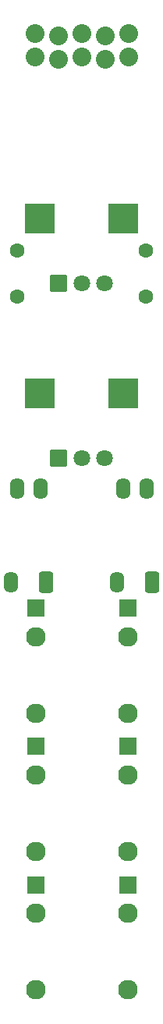
<source format=gbr>
%TF.GenerationSoftware,KiCad,Pcbnew,9.0.6*%
%TF.CreationDate,2025-12-14T16:09:08-05:00*%
%TF.ProjectId,active-vactrol-vca-board,61637469-7665-42d7-9661-6374726f6c2d,rev?*%
%TF.SameCoordinates,Original*%
%TF.FileFunction,Soldermask,Top*%
%TF.FilePolarity,Negative*%
%FSLAX46Y46*%
G04 Gerber Fmt 4.6, Leading zero omitted, Abs format (unit mm)*
G04 Created by KiCad (PCBNEW 9.0.6) date 2025-12-14 16:09:08*
%MOMM*%
%LPD*%
G01*
G04 APERTURE LIST*
G04 Aperture macros list*
%AMRoundRect*
0 Rectangle with rounded corners*
0 $1 Rounding radius*
0 $2 $3 $4 $5 $6 $7 $8 $9 X,Y pos of 4 corners*
0 Add a 4 corners polygon primitive as box body*
4,1,4,$2,$3,$4,$5,$6,$7,$8,$9,$2,$3,0*
0 Add four circle primitives for the rounded corners*
1,1,$1+$1,$2,$3*
1,1,$1+$1,$4,$5*
1,1,$1+$1,$6,$7*
1,1,$1+$1,$8,$9*
0 Add four rect primitives between the rounded corners*
20,1,$1+$1,$2,$3,$4,$5,0*
20,1,$1+$1,$4,$5,$6,$7,0*
20,1,$1+$1,$6,$7,$8,$9,0*
20,1,$1+$1,$8,$9,$2,$3,0*%
G04 Aperture macros list end*
%ADD10R,1.930000X1.830000*%
%ADD11C,2.130000*%
%ADD12RoundRect,0.076200X-0.825000X0.825000X-0.825000X-0.825000X0.825000X-0.825000X0.825000X0.825000X0*%
%ADD13C,1.802400*%
%ADD14RoundRect,0.076200X-1.558000X1.558000X-1.558000X-1.558000X1.558000X-1.558000X1.558000X1.558000X0*%
%ADD15RoundRect,0.249630X0.535370X-0.895370X0.535370X0.895370X-0.535370X0.895370X-0.535370X-0.895370X0*%
%ADD16O,1.570000X2.290000*%
%ADD17C,1.600000*%
%ADD18C,2.032000*%
G04 APERTURE END LIST*
D10*
%TO.C,J1*%
X105000000Y-175270000D03*
D11*
X105000000Y-186670000D03*
X105000000Y-178370000D03*
%TD*%
D10*
%TO.C,J3*%
X105000000Y-205270000D03*
D11*
X105000000Y-216670000D03*
X105000000Y-208370000D03*
%TD*%
D10*
%TO.C,J2*%
X105000000Y-190270000D03*
D11*
X105000000Y-201670000D03*
X105000000Y-193370000D03*
%TD*%
D12*
%TO.C,RV2*%
X107500000Y-159000000D03*
D13*
X110000000Y-159000000D03*
X112500000Y-159000000D03*
D14*
X105500000Y-152000000D03*
X114500000Y-152000000D03*
%TD*%
D10*
%TO.C,J4*%
X115000000Y-175270000D03*
D11*
X115000000Y-186670000D03*
X115000000Y-178370000D03*
%TD*%
D15*
%TO.C,U6*%
X117660000Y-172500000D03*
D16*
X113850000Y-172500000D03*
X114490000Y-162340000D03*
X117020000Y-162340000D03*
%TD*%
D12*
%TO.C,RV1*%
X107500000Y-140000000D03*
D13*
X110000000Y-140000000D03*
X112500000Y-140000000D03*
D14*
X105500000Y-133000000D03*
X114500000Y-133000000D03*
%TD*%
D10*
%TO.C,J6*%
X115000000Y-205270000D03*
D11*
X115000000Y-216670000D03*
X115000000Y-208370000D03*
%TD*%
D10*
%TO.C,J5*%
X115000000Y-190270000D03*
D11*
X115000000Y-201670000D03*
X115000000Y-193370000D03*
%TD*%
D15*
%TO.C,U5*%
X106160000Y-172500000D03*
D16*
X102350000Y-172500000D03*
X102990000Y-162340000D03*
X105520000Y-162340000D03*
%TD*%
D17*
%TO.C,C7*%
X117000000Y-141500000D03*
X117000000Y-136500000D03*
%TD*%
D18*
%TO.C,PWR1*%
X104920000Y-112960000D03*
X104920000Y-115500000D03*
X107460000Y-113214000D03*
X107460000Y-115754000D03*
X110000000Y-112960000D03*
X110000000Y-115500000D03*
X112540000Y-113214000D03*
X112540000Y-115754000D03*
X115080000Y-112960000D03*
X115080000Y-115500000D03*
%TD*%
D17*
%TO.C,C4*%
X103000000Y-141500000D03*
X103000000Y-136500000D03*
%TD*%
M02*

</source>
